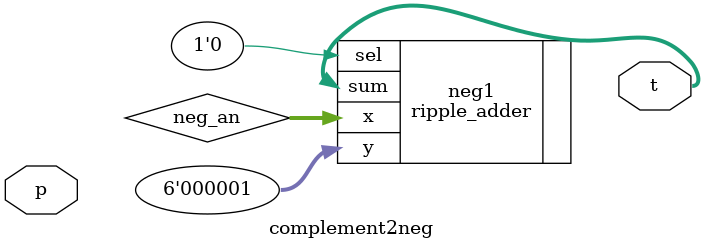
<source format=v>
`timescale 1ns / 1ps
module complement2neg(
        input [5:0] p,
        output [5:0] t
    );  
  // Declares an internal wire named neg_an which is a 6-bit vector.
    wire [5:0] neg_an; 
    assign invert = ~p;  
    //instantiates a ripple-carry adder named neg1
    ripple_adder neg1(
      .x(neg_an), 
      .y(6'b000001), 
      .sel(1'b0), 
      .sum(t)
      ); 
    endmodule
    
</source>
